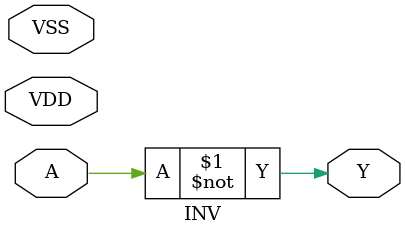
<source format=v>
module INV(Y, A, VDD, VSS );
  input A;
  output Y;
  inout VDD, VSS;

  assign Y=~A;
endmodule

</source>
